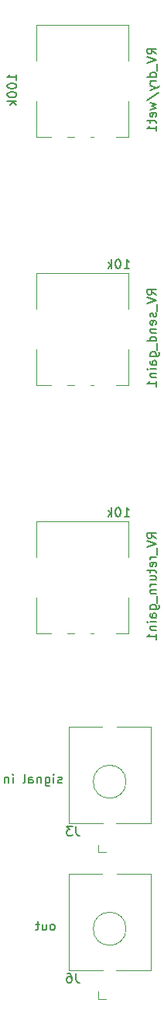
<source format=gbr>
%TF.GenerationSoftware,KiCad,Pcbnew,(6.0.4-0)*%
%TF.CreationDate,2022-12-20T09:13:06-08:00*%
%TF.ProjectId,reverb_v2,72657665-7262-45f7-9632-2e6b69636164,rev?*%
%TF.SameCoordinates,Original*%
%TF.FileFunction,Legend,Bot*%
%TF.FilePolarity,Positive*%
%FSLAX46Y46*%
G04 Gerber Fmt 4.6, Leading zero omitted, Abs format (unit mm)*
G04 Created by KiCad (PCBNEW (6.0.4-0)) date 2022-12-20 09:13:06*
%MOMM*%
%LPD*%
G01*
G04 APERTURE LIST*
%ADD10C,0.150000*%
%ADD11C,0.120000*%
G04 APERTURE END LIST*
D10*
%TO.C,RV_dry/wet1*%
X176102380Y-45119047D02*
X175626190Y-44785714D01*
X176102380Y-44547619D02*
X175102380Y-44547619D01*
X175102380Y-44928571D01*
X175150000Y-45023809D01*
X175197619Y-45071428D01*
X175292857Y-45119047D01*
X175435714Y-45119047D01*
X175530952Y-45071428D01*
X175578571Y-45023809D01*
X175626190Y-44928571D01*
X175626190Y-44547619D01*
X175102380Y-45404761D02*
X176102380Y-45738095D01*
X175102380Y-46071428D01*
X176197619Y-46166666D02*
X176197619Y-46928571D01*
X176102380Y-47595238D02*
X175102380Y-47595238D01*
X176054761Y-47595238D02*
X176102380Y-47500000D01*
X176102380Y-47309523D01*
X176054761Y-47214285D01*
X176007142Y-47166666D01*
X175911904Y-47119047D01*
X175626190Y-47119047D01*
X175530952Y-47166666D01*
X175483333Y-47214285D01*
X175435714Y-47309523D01*
X175435714Y-47500000D01*
X175483333Y-47595238D01*
X176102380Y-48071428D02*
X175435714Y-48071428D01*
X175626190Y-48071428D02*
X175530952Y-48119047D01*
X175483333Y-48166666D01*
X175435714Y-48261904D01*
X175435714Y-48357142D01*
X175435714Y-48595238D02*
X176102380Y-48833333D01*
X175435714Y-49071428D02*
X176102380Y-48833333D01*
X176340476Y-48738095D01*
X176388095Y-48690476D01*
X176435714Y-48595238D01*
X175054761Y-50166666D02*
X176340476Y-49309523D01*
X175435714Y-50404761D02*
X176102380Y-50595238D01*
X175626190Y-50785714D01*
X176102380Y-50976190D01*
X175435714Y-51166666D01*
X176054761Y-51928571D02*
X176102380Y-51833333D01*
X176102380Y-51642857D01*
X176054761Y-51547619D01*
X175959523Y-51500000D01*
X175578571Y-51500000D01*
X175483333Y-51547619D01*
X175435714Y-51642857D01*
X175435714Y-51833333D01*
X175483333Y-51928571D01*
X175578571Y-51976190D01*
X175673809Y-51976190D01*
X175769047Y-51500000D01*
X175435714Y-52261904D02*
X175435714Y-52642857D01*
X175102380Y-52404761D02*
X175959523Y-52404761D01*
X176054761Y-52452380D01*
X176102380Y-52547619D01*
X176102380Y-52642857D01*
X176102380Y-53500000D02*
X176102380Y-52928571D01*
X176102380Y-53214285D02*
X175102380Y-53214285D01*
X175245238Y-53119047D01*
X175340476Y-53023809D01*
X175388095Y-52928571D01*
X160802380Y-47928571D02*
X160802380Y-47357142D01*
X160802380Y-47642857D02*
X159802380Y-47642857D01*
X159945238Y-47547619D01*
X160040476Y-47452380D01*
X160088095Y-47357142D01*
X159802380Y-48547619D02*
X159802380Y-48642857D01*
X159850000Y-48738095D01*
X159897619Y-48785714D01*
X159992857Y-48833333D01*
X160183333Y-48880952D01*
X160421428Y-48880952D01*
X160611904Y-48833333D01*
X160707142Y-48785714D01*
X160754761Y-48738095D01*
X160802380Y-48642857D01*
X160802380Y-48547619D01*
X160754761Y-48452380D01*
X160707142Y-48404761D01*
X160611904Y-48357142D01*
X160421428Y-48309523D01*
X160183333Y-48309523D01*
X159992857Y-48357142D01*
X159897619Y-48404761D01*
X159850000Y-48452380D01*
X159802380Y-48547619D01*
X159802380Y-49500000D02*
X159802380Y-49595238D01*
X159850000Y-49690476D01*
X159897619Y-49738095D01*
X159992857Y-49785714D01*
X160183333Y-49833333D01*
X160421428Y-49833333D01*
X160611904Y-49785714D01*
X160707142Y-49738095D01*
X160754761Y-49690476D01*
X160802380Y-49595238D01*
X160802380Y-49500000D01*
X160754761Y-49404761D01*
X160707142Y-49357142D01*
X160611904Y-49309523D01*
X160421428Y-49261904D01*
X160183333Y-49261904D01*
X159992857Y-49309523D01*
X159897619Y-49357142D01*
X159850000Y-49404761D01*
X159802380Y-49500000D01*
X160802380Y-50261904D02*
X159802380Y-50261904D01*
X160421428Y-50357142D02*
X160802380Y-50642857D01*
X160135714Y-50642857D02*
X160516666Y-50261904D01*
%TO.C,RV_send_gain1*%
X176102380Y-71309523D02*
X175626190Y-70976190D01*
X176102380Y-70738095D02*
X175102380Y-70738095D01*
X175102380Y-71119047D01*
X175150000Y-71214285D01*
X175197619Y-71261904D01*
X175292857Y-71309523D01*
X175435714Y-71309523D01*
X175530952Y-71261904D01*
X175578571Y-71214285D01*
X175626190Y-71119047D01*
X175626190Y-70738095D01*
X175102380Y-71595238D02*
X176102380Y-71928571D01*
X175102380Y-72261904D01*
X176197619Y-72357142D02*
X176197619Y-73119047D01*
X176054761Y-73309523D02*
X176102380Y-73404761D01*
X176102380Y-73595238D01*
X176054761Y-73690476D01*
X175959523Y-73738095D01*
X175911904Y-73738095D01*
X175816666Y-73690476D01*
X175769047Y-73595238D01*
X175769047Y-73452380D01*
X175721428Y-73357142D01*
X175626190Y-73309523D01*
X175578571Y-73309523D01*
X175483333Y-73357142D01*
X175435714Y-73452380D01*
X175435714Y-73595238D01*
X175483333Y-73690476D01*
X176054761Y-74547619D02*
X176102380Y-74452380D01*
X176102380Y-74261904D01*
X176054761Y-74166666D01*
X175959523Y-74119047D01*
X175578571Y-74119047D01*
X175483333Y-74166666D01*
X175435714Y-74261904D01*
X175435714Y-74452380D01*
X175483333Y-74547619D01*
X175578571Y-74595238D01*
X175673809Y-74595238D01*
X175769047Y-74119047D01*
X175435714Y-75023809D02*
X176102380Y-75023809D01*
X175530952Y-75023809D02*
X175483333Y-75071428D01*
X175435714Y-75166666D01*
X175435714Y-75309523D01*
X175483333Y-75404761D01*
X175578571Y-75452380D01*
X176102380Y-75452380D01*
X176102380Y-76357142D02*
X175102380Y-76357142D01*
X176054761Y-76357142D02*
X176102380Y-76261904D01*
X176102380Y-76071428D01*
X176054761Y-75976190D01*
X176007142Y-75928571D01*
X175911904Y-75880952D01*
X175626190Y-75880952D01*
X175530952Y-75928571D01*
X175483333Y-75976190D01*
X175435714Y-76071428D01*
X175435714Y-76261904D01*
X175483333Y-76357142D01*
X176197619Y-76595238D02*
X176197619Y-77357142D01*
X175435714Y-78023809D02*
X176245238Y-78023809D01*
X176340476Y-77976190D01*
X176388095Y-77928571D01*
X176435714Y-77833333D01*
X176435714Y-77690476D01*
X176388095Y-77595238D01*
X176054761Y-78023809D02*
X176102380Y-77928571D01*
X176102380Y-77738095D01*
X176054761Y-77642857D01*
X176007142Y-77595238D01*
X175911904Y-77547619D01*
X175626190Y-77547619D01*
X175530952Y-77595238D01*
X175483333Y-77642857D01*
X175435714Y-77738095D01*
X175435714Y-77928571D01*
X175483333Y-78023809D01*
X176102380Y-78928571D02*
X175578571Y-78928571D01*
X175483333Y-78880952D01*
X175435714Y-78785714D01*
X175435714Y-78595238D01*
X175483333Y-78500000D01*
X176054761Y-78928571D02*
X176102380Y-78833333D01*
X176102380Y-78595238D01*
X176054761Y-78500000D01*
X175959523Y-78452380D01*
X175864285Y-78452380D01*
X175769047Y-78500000D01*
X175721428Y-78595238D01*
X175721428Y-78833333D01*
X175673809Y-78928571D01*
X176102380Y-79404761D02*
X175435714Y-79404761D01*
X175102380Y-79404761D02*
X175150000Y-79357142D01*
X175197619Y-79404761D01*
X175150000Y-79452380D01*
X175102380Y-79404761D01*
X175197619Y-79404761D01*
X175435714Y-79880952D02*
X176102380Y-79880952D01*
X175530952Y-79880952D02*
X175483333Y-79928571D01*
X175435714Y-80023809D01*
X175435714Y-80166666D01*
X175483333Y-80261904D01*
X175578571Y-80309523D01*
X176102380Y-80309523D01*
X176102380Y-81309523D02*
X176102380Y-80738095D01*
X176102380Y-81023809D02*
X175102380Y-81023809D01*
X175245238Y-80928571D01*
X175340476Y-80833333D01*
X175388095Y-80738095D01*
X172595238Y-68452380D02*
X173166666Y-68452380D01*
X172880952Y-68452380D02*
X172880952Y-67452380D01*
X172976190Y-67595238D01*
X173071428Y-67690476D01*
X173166666Y-67738095D01*
X171976190Y-67452380D02*
X171880952Y-67452380D01*
X171785714Y-67500000D01*
X171738095Y-67547619D01*
X171690476Y-67642857D01*
X171642857Y-67833333D01*
X171642857Y-68071428D01*
X171690476Y-68261904D01*
X171738095Y-68357142D01*
X171785714Y-68404761D01*
X171880952Y-68452380D01*
X171976190Y-68452380D01*
X172071428Y-68404761D01*
X172119047Y-68357142D01*
X172166666Y-68261904D01*
X172214285Y-68071428D01*
X172214285Y-67833333D01*
X172166666Y-67642857D01*
X172119047Y-67547619D01*
X172071428Y-67500000D01*
X171976190Y-67452380D01*
X171214285Y-68452380D02*
X171214285Y-67452380D01*
X171119047Y-68071428D02*
X170833333Y-68452380D01*
X170833333Y-67785714D02*
X171214285Y-68166666D01*
%TO.C,J3*%
X167303333Y-129152380D02*
X167303333Y-129866666D01*
X167350952Y-130009523D01*
X167446190Y-130104761D01*
X167589047Y-130152380D01*
X167684285Y-130152380D01*
X166922380Y-129152380D02*
X166303333Y-129152380D01*
X166636666Y-129533333D01*
X166493809Y-129533333D01*
X166398571Y-129580952D01*
X166350952Y-129628571D01*
X166303333Y-129723809D01*
X166303333Y-129961904D01*
X166350952Y-130057142D01*
X166398571Y-130104761D01*
X166493809Y-130152380D01*
X166779523Y-130152380D01*
X166874761Y-130104761D01*
X166922380Y-130057142D01*
X165742857Y-124404761D02*
X165647619Y-124452380D01*
X165457142Y-124452380D01*
X165361904Y-124404761D01*
X165314285Y-124309523D01*
X165314285Y-124261904D01*
X165361904Y-124166666D01*
X165457142Y-124119047D01*
X165600000Y-124119047D01*
X165695238Y-124071428D01*
X165742857Y-123976190D01*
X165742857Y-123928571D01*
X165695238Y-123833333D01*
X165600000Y-123785714D01*
X165457142Y-123785714D01*
X165361904Y-123833333D01*
X164885714Y-124452380D02*
X164885714Y-123785714D01*
X164885714Y-123452380D02*
X164933333Y-123500000D01*
X164885714Y-123547619D01*
X164838095Y-123500000D01*
X164885714Y-123452380D01*
X164885714Y-123547619D01*
X163980952Y-123785714D02*
X163980952Y-124595238D01*
X164028571Y-124690476D01*
X164076190Y-124738095D01*
X164171428Y-124785714D01*
X164314285Y-124785714D01*
X164409523Y-124738095D01*
X163980952Y-124404761D02*
X164076190Y-124452380D01*
X164266666Y-124452380D01*
X164361904Y-124404761D01*
X164409523Y-124357142D01*
X164457142Y-124261904D01*
X164457142Y-123976190D01*
X164409523Y-123880952D01*
X164361904Y-123833333D01*
X164266666Y-123785714D01*
X164076190Y-123785714D01*
X163980952Y-123833333D01*
X163504761Y-123785714D02*
X163504761Y-124452380D01*
X163504761Y-123880952D02*
X163457142Y-123833333D01*
X163361904Y-123785714D01*
X163219047Y-123785714D01*
X163123809Y-123833333D01*
X163076190Y-123928571D01*
X163076190Y-124452380D01*
X162171428Y-124452380D02*
X162171428Y-123928571D01*
X162219047Y-123833333D01*
X162314285Y-123785714D01*
X162504761Y-123785714D01*
X162600000Y-123833333D01*
X162171428Y-124404761D02*
X162266666Y-124452380D01*
X162504761Y-124452380D01*
X162600000Y-124404761D01*
X162647619Y-124309523D01*
X162647619Y-124214285D01*
X162600000Y-124119047D01*
X162504761Y-124071428D01*
X162266666Y-124071428D01*
X162171428Y-124023809D01*
X161552380Y-124452380D02*
X161647619Y-124404761D01*
X161695238Y-124309523D01*
X161695238Y-123452380D01*
X160409523Y-124452380D02*
X160409523Y-123785714D01*
X160409523Y-123452380D02*
X160457142Y-123500000D01*
X160409523Y-123547619D01*
X160361904Y-123500000D01*
X160409523Y-123452380D01*
X160409523Y-123547619D01*
X159933333Y-123785714D02*
X159933333Y-124452380D01*
X159933333Y-123880952D02*
X159885714Y-123833333D01*
X159790476Y-123785714D01*
X159647619Y-123785714D01*
X159552380Y-123833333D01*
X159504761Y-123928571D01*
X159504761Y-124452380D01*
%TO.C,J6*%
X167303333Y-145152380D02*
X167303333Y-145866666D01*
X167350952Y-146009523D01*
X167446190Y-146104761D01*
X167589047Y-146152380D01*
X167684285Y-146152380D01*
X166398571Y-145152380D02*
X166589047Y-145152380D01*
X166684285Y-145200000D01*
X166731904Y-145247619D01*
X166827142Y-145390476D01*
X166874761Y-145580952D01*
X166874761Y-145961904D01*
X166827142Y-146057142D01*
X166779523Y-146104761D01*
X166684285Y-146152380D01*
X166493809Y-146152380D01*
X166398571Y-146104761D01*
X166350952Y-146057142D01*
X166303333Y-145961904D01*
X166303333Y-145723809D01*
X166350952Y-145628571D01*
X166398571Y-145580952D01*
X166493809Y-145533333D01*
X166684285Y-145533333D01*
X166779523Y-145580952D01*
X166827142Y-145628571D01*
X166874761Y-145723809D01*
X164809523Y-140452380D02*
X164904761Y-140404761D01*
X164952380Y-140357142D01*
X165000000Y-140261904D01*
X165000000Y-139976190D01*
X164952380Y-139880952D01*
X164904761Y-139833333D01*
X164809523Y-139785714D01*
X164666666Y-139785714D01*
X164571428Y-139833333D01*
X164523809Y-139880952D01*
X164476190Y-139976190D01*
X164476190Y-140261904D01*
X164523809Y-140357142D01*
X164571428Y-140404761D01*
X164666666Y-140452380D01*
X164809523Y-140452380D01*
X163619047Y-139785714D02*
X163619047Y-140452380D01*
X164047619Y-139785714D02*
X164047619Y-140309523D01*
X164000000Y-140404761D01*
X163904761Y-140452380D01*
X163761904Y-140452380D01*
X163666666Y-140404761D01*
X163619047Y-140357142D01*
X163285714Y-139785714D02*
X162904761Y-139785714D01*
X163142857Y-139452380D02*
X163142857Y-140309523D01*
X163095238Y-140404761D01*
X163000000Y-140452380D01*
X162904761Y-140452380D01*
%TO.C,RV_return_gain1*%
X176102380Y-97809523D02*
X175626190Y-97476190D01*
X176102380Y-97238095D02*
X175102380Y-97238095D01*
X175102380Y-97619047D01*
X175150000Y-97714285D01*
X175197619Y-97761904D01*
X175292857Y-97809523D01*
X175435714Y-97809523D01*
X175530952Y-97761904D01*
X175578571Y-97714285D01*
X175626190Y-97619047D01*
X175626190Y-97238095D01*
X175102380Y-98095238D02*
X176102380Y-98428571D01*
X175102380Y-98761904D01*
X176197619Y-98857142D02*
X176197619Y-99619047D01*
X176102380Y-99857142D02*
X175435714Y-99857142D01*
X175626190Y-99857142D02*
X175530952Y-99904761D01*
X175483333Y-99952380D01*
X175435714Y-100047619D01*
X175435714Y-100142857D01*
X176054761Y-100857142D02*
X176102380Y-100761904D01*
X176102380Y-100571428D01*
X176054761Y-100476190D01*
X175959523Y-100428571D01*
X175578571Y-100428571D01*
X175483333Y-100476190D01*
X175435714Y-100571428D01*
X175435714Y-100761904D01*
X175483333Y-100857142D01*
X175578571Y-100904761D01*
X175673809Y-100904761D01*
X175769047Y-100428571D01*
X175435714Y-101190476D02*
X175435714Y-101571428D01*
X175102380Y-101333333D02*
X175959523Y-101333333D01*
X176054761Y-101380952D01*
X176102380Y-101476190D01*
X176102380Y-101571428D01*
X175435714Y-102333333D02*
X176102380Y-102333333D01*
X175435714Y-101904761D02*
X175959523Y-101904761D01*
X176054761Y-101952380D01*
X176102380Y-102047619D01*
X176102380Y-102190476D01*
X176054761Y-102285714D01*
X176007142Y-102333333D01*
X176102380Y-102809523D02*
X175435714Y-102809523D01*
X175626190Y-102809523D02*
X175530952Y-102857142D01*
X175483333Y-102904761D01*
X175435714Y-103000000D01*
X175435714Y-103095238D01*
X175435714Y-103428571D02*
X176102380Y-103428571D01*
X175530952Y-103428571D02*
X175483333Y-103476190D01*
X175435714Y-103571428D01*
X175435714Y-103714285D01*
X175483333Y-103809523D01*
X175578571Y-103857142D01*
X176102380Y-103857142D01*
X176197619Y-104095238D02*
X176197619Y-104857142D01*
X175435714Y-105523809D02*
X176245238Y-105523809D01*
X176340476Y-105476190D01*
X176388095Y-105428571D01*
X176435714Y-105333333D01*
X176435714Y-105190476D01*
X176388095Y-105095238D01*
X176054761Y-105523809D02*
X176102380Y-105428571D01*
X176102380Y-105238095D01*
X176054761Y-105142857D01*
X176007142Y-105095238D01*
X175911904Y-105047619D01*
X175626190Y-105047619D01*
X175530952Y-105095238D01*
X175483333Y-105142857D01*
X175435714Y-105238095D01*
X175435714Y-105428571D01*
X175483333Y-105523809D01*
X176102380Y-106428571D02*
X175578571Y-106428571D01*
X175483333Y-106380952D01*
X175435714Y-106285714D01*
X175435714Y-106095238D01*
X175483333Y-106000000D01*
X176054761Y-106428571D02*
X176102380Y-106333333D01*
X176102380Y-106095238D01*
X176054761Y-106000000D01*
X175959523Y-105952380D01*
X175864285Y-105952380D01*
X175769047Y-106000000D01*
X175721428Y-106095238D01*
X175721428Y-106333333D01*
X175673809Y-106428571D01*
X176102380Y-106904761D02*
X175435714Y-106904761D01*
X175102380Y-106904761D02*
X175150000Y-106857142D01*
X175197619Y-106904761D01*
X175150000Y-106952380D01*
X175102380Y-106904761D01*
X175197619Y-106904761D01*
X175435714Y-107380952D02*
X176102380Y-107380952D01*
X175530952Y-107380952D02*
X175483333Y-107428571D01*
X175435714Y-107523809D01*
X175435714Y-107666666D01*
X175483333Y-107761904D01*
X175578571Y-107809523D01*
X176102380Y-107809523D01*
X176102380Y-108809523D02*
X176102380Y-108238095D01*
X176102380Y-108523809D02*
X175102380Y-108523809D01*
X175245238Y-108428571D01*
X175340476Y-108333333D01*
X175388095Y-108238095D01*
X172595238Y-95452380D02*
X173166666Y-95452380D01*
X172880952Y-95452380D02*
X172880952Y-94452380D01*
X172976190Y-94595238D01*
X173071428Y-94690476D01*
X173166666Y-94738095D01*
X171976190Y-94452380D02*
X171880952Y-94452380D01*
X171785714Y-94500000D01*
X171738095Y-94547619D01*
X171690476Y-94642857D01*
X171642857Y-94833333D01*
X171642857Y-95071428D01*
X171690476Y-95261904D01*
X171738095Y-95357142D01*
X171785714Y-95404761D01*
X171880952Y-95452380D01*
X171976190Y-95452380D01*
X172071428Y-95404761D01*
X172119047Y-95357142D01*
X172166666Y-95261904D01*
X172214285Y-95071428D01*
X172214285Y-94833333D01*
X172166666Y-94642857D01*
X172119047Y-94547619D01*
X172071428Y-94500000D01*
X171976190Y-94452380D01*
X171214285Y-95452380D02*
X171214285Y-94452380D01*
X171119047Y-95071428D02*
X170833333Y-95452380D01*
X170833333Y-94785714D02*
X171214285Y-95166666D01*
D11*
%TO.C,RV_dry/wet1*%
X162980000Y-45866000D02*
X162980000Y-41930000D01*
X173021000Y-41930000D02*
X162980000Y-41930000D01*
X164630000Y-54170000D02*
X162980000Y-54170000D01*
X173021000Y-45866000D02*
X173021000Y-41930000D01*
X162980000Y-54170000D02*
X162980000Y-50233000D01*
X173021000Y-54170000D02*
X171700000Y-54170000D01*
X169250000Y-54170000D02*
X168870000Y-54170000D01*
X173021000Y-54170000D02*
X173021000Y-50233000D01*
X167129000Y-54170000D02*
X166370000Y-54170000D01*
%TO.C,RV_send_gain1*%
X167129000Y-81170000D02*
X166370000Y-81170000D01*
X162980000Y-81170000D02*
X162980000Y-77233000D01*
X173021000Y-81170000D02*
X171700000Y-81170000D01*
X169250000Y-81170000D02*
X168870000Y-81170000D01*
X162980000Y-72866000D02*
X162980000Y-68930000D01*
X173021000Y-68930000D02*
X162980000Y-68930000D01*
X173021000Y-72866000D02*
X173021000Y-68930000D01*
X164630000Y-81170000D02*
X162980000Y-81170000D01*
X173021000Y-81170000D02*
X173021000Y-77233000D01*
%TO.C,J3*%
X166500000Y-128800000D02*
X166500000Y-118300000D01*
X170280000Y-128800000D02*
X166500000Y-128800000D01*
X170200000Y-118300000D02*
X166500000Y-118300000D01*
X175500000Y-128800000D02*
X175500000Y-118300000D01*
X175500000Y-118300000D02*
X171800000Y-118300000D01*
X169770000Y-131950000D02*
X169770000Y-131150000D01*
X175500000Y-128800000D02*
X171720000Y-128800000D01*
X169770000Y-131950000D02*
X170630000Y-131950000D01*
X172800000Y-124300000D02*
G75*
G03*
X172800000Y-124300000I-1800000J0D01*
G01*
%TO.C,J6*%
X175500000Y-144800000D02*
X175500000Y-134300000D01*
X175500000Y-134300000D02*
X171800000Y-134300000D01*
X170200000Y-134300000D02*
X166500000Y-134300000D01*
X175500000Y-144800000D02*
X171720000Y-144800000D01*
X170280000Y-144800000D02*
X166500000Y-144800000D01*
X166500000Y-144800000D02*
X166500000Y-134300000D01*
X169770000Y-147950000D02*
X170630000Y-147950000D01*
X169770000Y-147950000D02*
X169770000Y-147150000D01*
X172800000Y-140300000D02*
G75*
G03*
X172800000Y-140300000I-1800000J0D01*
G01*
%TO.C,RV_return_gain1*%
X173021000Y-99866000D02*
X173021000Y-95930000D01*
X173021000Y-95930000D02*
X162980000Y-95930000D01*
X164630000Y-108170000D02*
X162980000Y-108170000D01*
X173021000Y-108170000D02*
X173021000Y-104233000D01*
X162980000Y-99866000D02*
X162980000Y-95930000D01*
X169250000Y-108170000D02*
X168870000Y-108170000D01*
X173021000Y-108170000D02*
X171700000Y-108170000D01*
X167129000Y-108170000D02*
X166370000Y-108170000D01*
X162980000Y-108170000D02*
X162980000Y-104233000D01*
%TD*%
M02*

</source>
